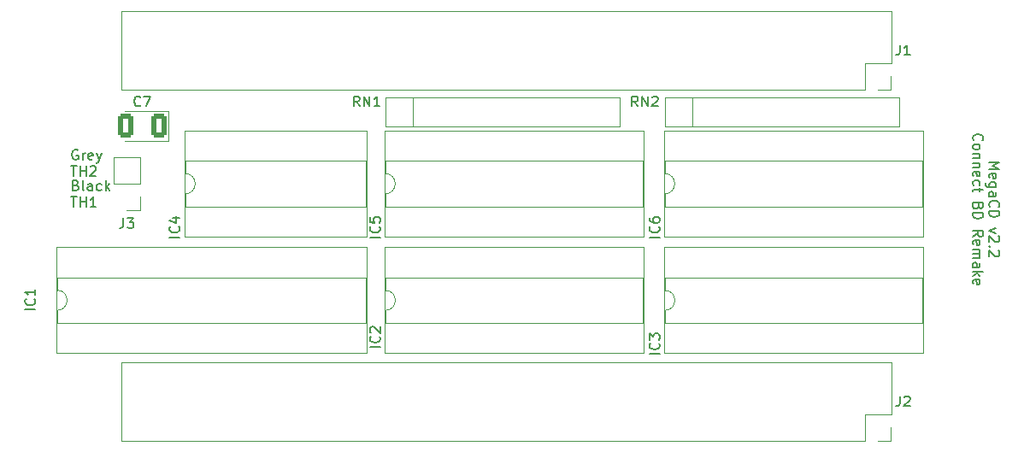
<source format=gto>
G04 #@! TF.GenerationSoftware,KiCad,Pcbnew,8.0.6*
G04 #@! TF.CreationDate,2025-02-16T15:02:21+05:00*
G04 #@! TF.ProjectId,MegaCD-Connect BD Remake,4d656761-4344-42d4-936f-6e6e65637420,rev?*
G04 #@! TF.SameCoordinates,Original*
G04 #@! TF.FileFunction,Legend,Top*
G04 #@! TF.FilePolarity,Positive*
%FSLAX46Y46*%
G04 Gerber Fmt 4.6, Leading zero omitted, Abs format (unit mm)*
G04 Created by KiCad (PCBNEW 8.0.6) date 2025-02-16 15:02:21*
%MOMM*%
%LPD*%
G01*
G04 APERTURE LIST*
G04 Aperture macros list*
%AMRoundRect*
0 Rectangle with rounded corners*
0 $1 Rounding radius*
0 $2 $3 $4 $5 $6 $7 $8 $9 X,Y pos of 4 corners*
0 Add a 4 corners polygon primitive as box body*
4,1,4,$2,$3,$4,$5,$6,$7,$8,$9,$2,$3,0*
0 Add four circle primitives for the rounded corners*
1,1,$1+$1,$2,$3*
1,1,$1+$1,$4,$5*
1,1,$1+$1,$6,$7*
1,1,$1+$1,$8,$9*
0 Add four rect primitives between the rounded corners*
20,1,$1+$1,$2,$3,$4,$5,0*
20,1,$1+$1,$4,$5,$6,$7,0*
20,1,$1+$1,$6,$7,$8,$9,0*
20,1,$1+$1,$8,$9,$2,$3,0*%
G04 Aperture macros list end*
%ADD10C,0.150000*%
%ADD11C,0.120000*%
%ADD12R,1.600000X2.400000*%
%ADD13O,1.600000X2.400000*%
%ADD14R,1.700000X1.700000*%
%ADD15O,1.700000X1.700000*%
%ADD16R,1.600000X1.600000*%
%ADD17O,1.600000X1.600000*%
%ADD18RoundRect,0.250001X0.499999X0.924999X-0.499999X0.924999X-0.499999X-0.924999X0.499999X-0.924999X0*%
G04 APERTURE END LIST*
D10*
X113509588Y-87477494D02*
X113414350Y-87429875D01*
X113414350Y-87429875D02*
X113271493Y-87429875D01*
X113271493Y-87429875D02*
X113128636Y-87477494D01*
X113128636Y-87477494D02*
X113033398Y-87572732D01*
X113033398Y-87572732D02*
X112985779Y-87667970D01*
X112985779Y-87667970D02*
X112938160Y-87858446D01*
X112938160Y-87858446D02*
X112938160Y-88001303D01*
X112938160Y-88001303D02*
X112985779Y-88191779D01*
X112985779Y-88191779D02*
X113033398Y-88287017D01*
X113033398Y-88287017D02*
X113128636Y-88382256D01*
X113128636Y-88382256D02*
X113271493Y-88429875D01*
X113271493Y-88429875D02*
X113366731Y-88429875D01*
X113366731Y-88429875D02*
X113509588Y-88382256D01*
X113509588Y-88382256D02*
X113557207Y-88334636D01*
X113557207Y-88334636D02*
X113557207Y-88001303D01*
X113557207Y-88001303D02*
X113366731Y-88001303D01*
X113985779Y-88429875D02*
X113985779Y-87763208D01*
X113985779Y-87953684D02*
X114033398Y-87858446D01*
X114033398Y-87858446D02*
X114081017Y-87810827D01*
X114081017Y-87810827D02*
X114176255Y-87763208D01*
X114176255Y-87763208D02*
X114271493Y-87763208D01*
X114985779Y-88382256D02*
X114890541Y-88429875D01*
X114890541Y-88429875D02*
X114700065Y-88429875D01*
X114700065Y-88429875D02*
X114604827Y-88382256D01*
X114604827Y-88382256D02*
X114557208Y-88287017D01*
X114557208Y-88287017D02*
X114557208Y-87906065D01*
X114557208Y-87906065D02*
X114604827Y-87810827D01*
X114604827Y-87810827D02*
X114700065Y-87763208D01*
X114700065Y-87763208D02*
X114890541Y-87763208D01*
X114890541Y-87763208D02*
X114985779Y-87810827D01*
X114985779Y-87810827D02*
X115033398Y-87906065D01*
X115033398Y-87906065D02*
X115033398Y-88001303D01*
X115033398Y-88001303D02*
X114557208Y-88096541D01*
X115366732Y-87763208D02*
X115604827Y-88429875D01*
X115842922Y-87763208D02*
X115604827Y-88429875D01*
X115604827Y-88429875D02*
X115509589Y-88667970D01*
X115509589Y-88667970D02*
X115461970Y-88715589D01*
X115461970Y-88715589D02*
X115366732Y-88763208D01*
X112842922Y-89039819D02*
X113414350Y-89039819D01*
X113128636Y-90039819D02*
X113128636Y-89039819D01*
X113747684Y-90039819D02*
X113747684Y-89039819D01*
X113747684Y-89516009D02*
X114319112Y-89516009D01*
X114319112Y-90039819D02*
X114319112Y-89039819D01*
X114747684Y-89135057D02*
X114795303Y-89087438D01*
X114795303Y-89087438D02*
X114890541Y-89039819D01*
X114890541Y-89039819D02*
X115128636Y-89039819D01*
X115128636Y-89039819D02*
X115223874Y-89087438D01*
X115223874Y-89087438D02*
X115271493Y-89135057D01*
X115271493Y-89135057D02*
X115319112Y-89230295D01*
X115319112Y-89230295D02*
X115319112Y-89325533D01*
X115319112Y-89325533D02*
X115271493Y-89468390D01*
X115271493Y-89468390D02*
X114700065Y-90039819D01*
X114700065Y-90039819D02*
X115319112Y-90039819D01*
X203797124Y-88725952D02*
X204797124Y-88725952D01*
X204797124Y-88725952D02*
X204082839Y-89059285D01*
X204082839Y-89059285D02*
X204797124Y-89392618D01*
X204797124Y-89392618D02*
X203797124Y-89392618D01*
X203844744Y-90249761D02*
X203797124Y-90154523D01*
X203797124Y-90154523D02*
X203797124Y-89964047D01*
X203797124Y-89964047D02*
X203844744Y-89868809D01*
X203844744Y-89868809D02*
X203939982Y-89821190D01*
X203939982Y-89821190D02*
X204320934Y-89821190D01*
X204320934Y-89821190D02*
X204416172Y-89868809D01*
X204416172Y-89868809D02*
X204463791Y-89964047D01*
X204463791Y-89964047D02*
X204463791Y-90154523D01*
X204463791Y-90154523D02*
X204416172Y-90249761D01*
X204416172Y-90249761D02*
X204320934Y-90297380D01*
X204320934Y-90297380D02*
X204225696Y-90297380D01*
X204225696Y-90297380D02*
X204130458Y-89821190D01*
X204463791Y-91154523D02*
X203654267Y-91154523D01*
X203654267Y-91154523D02*
X203559029Y-91106904D01*
X203559029Y-91106904D02*
X203511410Y-91059285D01*
X203511410Y-91059285D02*
X203463791Y-90964047D01*
X203463791Y-90964047D02*
X203463791Y-90821190D01*
X203463791Y-90821190D02*
X203511410Y-90725952D01*
X203844744Y-91154523D02*
X203797124Y-91059285D01*
X203797124Y-91059285D02*
X203797124Y-90868809D01*
X203797124Y-90868809D02*
X203844744Y-90773571D01*
X203844744Y-90773571D02*
X203892363Y-90725952D01*
X203892363Y-90725952D02*
X203987601Y-90678333D01*
X203987601Y-90678333D02*
X204273315Y-90678333D01*
X204273315Y-90678333D02*
X204368553Y-90725952D01*
X204368553Y-90725952D02*
X204416172Y-90773571D01*
X204416172Y-90773571D02*
X204463791Y-90868809D01*
X204463791Y-90868809D02*
X204463791Y-91059285D01*
X204463791Y-91059285D02*
X204416172Y-91154523D01*
X203797124Y-92059285D02*
X204320934Y-92059285D01*
X204320934Y-92059285D02*
X204416172Y-92011666D01*
X204416172Y-92011666D02*
X204463791Y-91916428D01*
X204463791Y-91916428D02*
X204463791Y-91725952D01*
X204463791Y-91725952D02*
X204416172Y-91630714D01*
X203844744Y-92059285D02*
X203797124Y-91964047D01*
X203797124Y-91964047D02*
X203797124Y-91725952D01*
X203797124Y-91725952D02*
X203844744Y-91630714D01*
X203844744Y-91630714D02*
X203939982Y-91583095D01*
X203939982Y-91583095D02*
X204035220Y-91583095D01*
X204035220Y-91583095D02*
X204130458Y-91630714D01*
X204130458Y-91630714D02*
X204178077Y-91725952D01*
X204178077Y-91725952D02*
X204178077Y-91964047D01*
X204178077Y-91964047D02*
X204225696Y-92059285D01*
X203892363Y-93106904D02*
X203844744Y-93059285D01*
X203844744Y-93059285D02*
X203797124Y-92916428D01*
X203797124Y-92916428D02*
X203797124Y-92821190D01*
X203797124Y-92821190D02*
X203844744Y-92678333D01*
X203844744Y-92678333D02*
X203939982Y-92583095D01*
X203939982Y-92583095D02*
X204035220Y-92535476D01*
X204035220Y-92535476D02*
X204225696Y-92487857D01*
X204225696Y-92487857D02*
X204368553Y-92487857D01*
X204368553Y-92487857D02*
X204559029Y-92535476D01*
X204559029Y-92535476D02*
X204654267Y-92583095D01*
X204654267Y-92583095D02*
X204749505Y-92678333D01*
X204749505Y-92678333D02*
X204797124Y-92821190D01*
X204797124Y-92821190D02*
X204797124Y-92916428D01*
X204797124Y-92916428D02*
X204749505Y-93059285D01*
X204749505Y-93059285D02*
X204701886Y-93106904D01*
X203797124Y-93535476D02*
X204797124Y-93535476D01*
X204797124Y-93535476D02*
X204797124Y-93773571D01*
X204797124Y-93773571D02*
X204749505Y-93916428D01*
X204749505Y-93916428D02*
X204654267Y-94011666D01*
X204654267Y-94011666D02*
X204559029Y-94059285D01*
X204559029Y-94059285D02*
X204368553Y-94106904D01*
X204368553Y-94106904D02*
X204225696Y-94106904D01*
X204225696Y-94106904D02*
X204035220Y-94059285D01*
X204035220Y-94059285D02*
X203939982Y-94011666D01*
X203939982Y-94011666D02*
X203844744Y-93916428D01*
X203844744Y-93916428D02*
X203797124Y-93773571D01*
X203797124Y-93773571D02*
X203797124Y-93535476D01*
X204463791Y-95202143D02*
X203797124Y-95440238D01*
X203797124Y-95440238D02*
X204463791Y-95678333D01*
X204701886Y-96011667D02*
X204749505Y-96059286D01*
X204749505Y-96059286D02*
X204797124Y-96154524D01*
X204797124Y-96154524D02*
X204797124Y-96392619D01*
X204797124Y-96392619D02*
X204749505Y-96487857D01*
X204749505Y-96487857D02*
X204701886Y-96535476D01*
X204701886Y-96535476D02*
X204606648Y-96583095D01*
X204606648Y-96583095D02*
X204511410Y-96583095D01*
X204511410Y-96583095D02*
X204368553Y-96535476D01*
X204368553Y-96535476D02*
X203797124Y-95964048D01*
X203797124Y-95964048D02*
X203797124Y-96583095D01*
X203892363Y-97011667D02*
X203844744Y-97059286D01*
X203844744Y-97059286D02*
X203797124Y-97011667D01*
X203797124Y-97011667D02*
X203844744Y-96964048D01*
X203844744Y-96964048D02*
X203892363Y-97011667D01*
X203892363Y-97011667D02*
X203797124Y-97011667D01*
X204701886Y-97440238D02*
X204749505Y-97487857D01*
X204749505Y-97487857D02*
X204797124Y-97583095D01*
X204797124Y-97583095D02*
X204797124Y-97821190D01*
X204797124Y-97821190D02*
X204749505Y-97916428D01*
X204749505Y-97916428D02*
X204701886Y-97964047D01*
X204701886Y-97964047D02*
X204606648Y-98011666D01*
X204606648Y-98011666D02*
X204511410Y-98011666D01*
X204511410Y-98011666D02*
X204368553Y-97964047D01*
X204368553Y-97964047D02*
X203797124Y-97392619D01*
X203797124Y-97392619D02*
X203797124Y-98011666D01*
X202282419Y-86511665D02*
X202234800Y-86464046D01*
X202234800Y-86464046D02*
X202187180Y-86321189D01*
X202187180Y-86321189D02*
X202187180Y-86225951D01*
X202187180Y-86225951D02*
X202234800Y-86083094D01*
X202234800Y-86083094D02*
X202330038Y-85987856D01*
X202330038Y-85987856D02*
X202425276Y-85940237D01*
X202425276Y-85940237D02*
X202615752Y-85892618D01*
X202615752Y-85892618D02*
X202758609Y-85892618D01*
X202758609Y-85892618D02*
X202949085Y-85940237D01*
X202949085Y-85940237D02*
X203044323Y-85987856D01*
X203044323Y-85987856D02*
X203139561Y-86083094D01*
X203139561Y-86083094D02*
X203187180Y-86225951D01*
X203187180Y-86225951D02*
X203187180Y-86321189D01*
X203187180Y-86321189D02*
X203139561Y-86464046D01*
X203139561Y-86464046D02*
X203091942Y-86511665D01*
X202187180Y-87083094D02*
X202234800Y-86987856D01*
X202234800Y-86987856D02*
X202282419Y-86940237D01*
X202282419Y-86940237D02*
X202377657Y-86892618D01*
X202377657Y-86892618D02*
X202663371Y-86892618D01*
X202663371Y-86892618D02*
X202758609Y-86940237D01*
X202758609Y-86940237D02*
X202806228Y-86987856D01*
X202806228Y-86987856D02*
X202853847Y-87083094D01*
X202853847Y-87083094D02*
X202853847Y-87225951D01*
X202853847Y-87225951D02*
X202806228Y-87321189D01*
X202806228Y-87321189D02*
X202758609Y-87368808D01*
X202758609Y-87368808D02*
X202663371Y-87416427D01*
X202663371Y-87416427D02*
X202377657Y-87416427D01*
X202377657Y-87416427D02*
X202282419Y-87368808D01*
X202282419Y-87368808D02*
X202234800Y-87321189D01*
X202234800Y-87321189D02*
X202187180Y-87225951D01*
X202187180Y-87225951D02*
X202187180Y-87083094D01*
X202853847Y-87844999D02*
X202187180Y-87844999D01*
X202758609Y-87844999D02*
X202806228Y-87892618D01*
X202806228Y-87892618D02*
X202853847Y-87987856D01*
X202853847Y-87987856D02*
X202853847Y-88130713D01*
X202853847Y-88130713D02*
X202806228Y-88225951D01*
X202806228Y-88225951D02*
X202710990Y-88273570D01*
X202710990Y-88273570D02*
X202187180Y-88273570D01*
X202853847Y-88749761D02*
X202187180Y-88749761D01*
X202758609Y-88749761D02*
X202806228Y-88797380D01*
X202806228Y-88797380D02*
X202853847Y-88892618D01*
X202853847Y-88892618D02*
X202853847Y-89035475D01*
X202853847Y-89035475D02*
X202806228Y-89130713D01*
X202806228Y-89130713D02*
X202710990Y-89178332D01*
X202710990Y-89178332D02*
X202187180Y-89178332D01*
X202234800Y-90035475D02*
X202187180Y-89940237D01*
X202187180Y-89940237D02*
X202187180Y-89749761D01*
X202187180Y-89749761D02*
X202234800Y-89654523D01*
X202234800Y-89654523D02*
X202330038Y-89606904D01*
X202330038Y-89606904D02*
X202710990Y-89606904D01*
X202710990Y-89606904D02*
X202806228Y-89654523D01*
X202806228Y-89654523D02*
X202853847Y-89749761D01*
X202853847Y-89749761D02*
X202853847Y-89940237D01*
X202853847Y-89940237D02*
X202806228Y-90035475D01*
X202806228Y-90035475D02*
X202710990Y-90083094D01*
X202710990Y-90083094D02*
X202615752Y-90083094D01*
X202615752Y-90083094D02*
X202520514Y-89606904D01*
X202234800Y-90940237D02*
X202187180Y-90844999D01*
X202187180Y-90844999D02*
X202187180Y-90654523D01*
X202187180Y-90654523D02*
X202234800Y-90559285D01*
X202234800Y-90559285D02*
X202282419Y-90511666D01*
X202282419Y-90511666D02*
X202377657Y-90464047D01*
X202377657Y-90464047D02*
X202663371Y-90464047D01*
X202663371Y-90464047D02*
X202758609Y-90511666D01*
X202758609Y-90511666D02*
X202806228Y-90559285D01*
X202806228Y-90559285D02*
X202853847Y-90654523D01*
X202853847Y-90654523D02*
X202853847Y-90844999D01*
X202853847Y-90844999D02*
X202806228Y-90940237D01*
X202853847Y-91225952D02*
X202853847Y-91606904D01*
X203187180Y-91368809D02*
X202330038Y-91368809D01*
X202330038Y-91368809D02*
X202234800Y-91416428D01*
X202234800Y-91416428D02*
X202187180Y-91511666D01*
X202187180Y-91511666D02*
X202187180Y-91606904D01*
X202710990Y-93035476D02*
X202663371Y-93178333D01*
X202663371Y-93178333D02*
X202615752Y-93225952D01*
X202615752Y-93225952D02*
X202520514Y-93273571D01*
X202520514Y-93273571D02*
X202377657Y-93273571D01*
X202377657Y-93273571D02*
X202282419Y-93225952D01*
X202282419Y-93225952D02*
X202234800Y-93178333D01*
X202234800Y-93178333D02*
X202187180Y-93083095D01*
X202187180Y-93083095D02*
X202187180Y-92702143D01*
X202187180Y-92702143D02*
X203187180Y-92702143D01*
X203187180Y-92702143D02*
X203187180Y-93035476D01*
X203187180Y-93035476D02*
X203139561Y-93130714D01*
X203139561Y-93130714D02*
X203091942Y-93178333D01*
X203091942Y-93178333D02*
X202996704Y-93225952D01*
X202996704Y-93225952D02*
X202901466Y-93225952D01*
X202901466Y-93225952D02*
X202806228Y-93178333D01*
X202806228Y-93178333D02*
X202758609Y-93130714D01*
X202758609Y-93130714D02*
X202710990Y-93035476D01*
X202710990Y-93035476D02*
X202710990Y-92702143D01*
X202187180Y-93702143D02*
X203187180Y-93702143D01*
X203187180Y-93702143D02*
X203187180Y-93940238D01*
X203187180Y-93940238D02*
X203139561Y-94083095D01*
X203139561Y-94083095D02*
X203044323Y-94178333D01*
X203044323Y-94178333D02*
X202949085Y-94225952D01*
X202949085Y-94225952D02*
X202758609Y-94273571D01*
X202758609Y-94273571D02*
X202615752Y-94273571D01*
X202615752Y-94273571D02*
X202425276Y-94225952D01*
X202425276Y-94225952D02*
X202330038Y-94178333D01*
X202330038Y-94178333D02*
X202234800Y-94083095D01*
X202234800Y-94083095D02*
X202187180Y-93940238D01*
X202187180Y-93940238D02*
X202187180Y-93702143D01*
X202187180Y-96035476D02*
X202663371Y-95702143D01*
X202187180Y-95464048D02*
X203187180Y-95464048D01*
X203187180Y-95464048D02*
X203187180Y-95845000D01*
X203187180Y-95845000D02*
X203139561Y-95940238D01*
X203139561Y-95940238D02*
X203091942Y-95987857D01*
X203091942Y-95987857D02*
X202996704Y-96035476D01*
X202996704Y-96035476D02*
X202853847Y-96035476D01*
X202853847Y-96035476D02*
X202758609Y-95987857D01*
X202758609Y-95987857D02*
X202710990Y-95940238D01*
X202710990Y-95940238D02*
X202663371Y-95845000D01*
X202663371Y-95845000D02*
X202663371Y-95464048D01*
X202234800Y-96845000D02*
X202187180Y-96749762D01*
X202187180Y-96749762D02*
X202187180Y-96559286D01*
X202187180Y-96559286D02*
X202234800Y-96464048D01*
X202234800Y-96464048D02*
X202330038Y-96416429D01*
X202330038Y-96416429D02*
X202710990Y-96416429D01*
X202710990Y-96416429D02*
X202806228Y-96464048D01*
X202806228Y-96464048D02*
X202853847Y-96559286D01*
X202853847Y-96559286D02*
X202853847Y-96749762D01*
X202853847Y-96749762D02*
X202806228Y-96845000D01*
X202806228Y-96845000D02*
X202710990Y-96892619D01*
X202710990Y-96892619D02*
X202615752Y-96892619D01*
X202615752Y-96892619D02*
X202520514Y-96416429D01*
X202187180Y-97321191D02*
X202853847Y-97321191D01*
X202758609Y-97321191D02*
X202806228Y-97368810D01*
X202806228Y-97368810D02*
X202853847Y-97464048D01*
X202853847Y-97464048D02*
X202853847Y-97606905D01*
X202853847Y-97606905D02*
X202806228Y-97702143D01*
X202806228Y-97702143D02*
X202710990Y-97749762D01*
X202710990Y-97749762D02*
X202187180Y-97749762D01*
X202710990Y-97749762D02*
X202806228Y-97797381D01*
X202806228Y-97797381D02*
X202853847Y-97892619D01*
X202853847Y-97892619D02*
X202853847Y-98035476D01*
X202853847Y-98035476D02*
X202806228Y-98130715D01*
X202806228Y-98130715D02*
X202710990Y-98178334D01*
X202710990Y-98178334D02*
X202187180Y-98178334D01*
X202187180Y-99083095D02*
X202710990Y-99083095D01*
X202710990Y-99083095D02*
X202806228Y-99035476D01*
X202806228Y-99035476D02*
X202853847Y-98940238D01*
X202853847Y-98940238D02*
X202853847Y-98749762D01*
X202853847Y-98749762D02*
X202806228Y-98654524D01*
X202234800Y-99083095D02*
X202187180Y-98987857D01*
X202187180Y-98987857D02*
X202187180Y-98749762D01*
X202187180Y-98749762D02*
X202234800Y-98654524D01*
X202234800Y-98654524D02*
X202330038Y-98606905D01*
X202330038Y-98606905D02*
X202425276Y-98606905D01*
X202425276Y-98606905D02*
X202520514Y-98654524D01*
X202520514Y-98654524D02*
X202568133Y-98749762D01*
X202568133Y-98749762D02*
X202568133Y-98987857D01*
X202568133Y-98987857D02*
X202615752Y-99083095D01*
X202187180Y-99559286D02*
X203187180Y-99559286D01*
X202568133Y-99654524D02*
X202187180Y-99940238D01*
X202853847Y-99940238D02*
X202472895Y-99559286D01*
X202234800Y-100749762D02*
X202187180Y-100654524D01*
X202187180Y-100654524D02*
X202187180Y-100464048D01*
X202187180Y-100464048D02*
X202234800Y-100368810D01*
X202234800Y-100368810D02*
X202330038Y-100321191D01*
X202330038Y-100321191D02*
X202710990Y-100321191D01*
X202710990Y-100321191D02*
X202806228Y-100368810D01*
X202806228Y-100368810D02*
X202853847Y-100464048D01*
X202853847Y-100464048D02*
X202853847Y-100654524D01*
X202853847Y-100654524D02*
X202806228Y-100749762D01*
X202806228Y-100749762D02*
X202710990Y-100797381D01*
X202710990Y-100797381D02*
X202615752Y-100797381D01*
X202615752Y-100797381D02*
X202520514Y-100321191D01*
X113319112Y-90954065D02*
X113461969Y-91001684D01*
X113461969Y-91001684D02*
X113509588Y-91049303D01*
X113509588Y-91049303D02*
X113557207Y-91144541D01*
X113557207Y-91144541D02*
X113557207Y-91287398D01*
X113557207Y-91287398D02*
X113509588Y-91382636D01*
X113509588Y-91382636D02*
X113461969Y-91430256D01*
X113461969Y-91430256D02*
X113366731Y-91477875D01*
X113366731Y-91477875D02*
X112985779Y-91477875D01*
X112985779Y-91477875D02*
X112985779Y-90477875D01*
X112985779Y-90477875D02*
X113319112Y-90477875D01*
X113319112Y-90477875D02*
X113414350Y-90525494D01*
X113414350Y-90525494D02*
X113461969Y-90573113D01*
X113461969Y-90573113D02*
X113509588Y-90668351D01*
X113509588Y-90668351D02*
X113509588Y-90763589D01*
X113509588Y-90763589D02*
X113461969Y-90858827D01*
X113461969Y-90858827D02*
X113414350Y-90906446D01*
X113414350Y-90906446D02*
X113319112Y-90954065D01*
X113319112Y-90954065D02*
X112985779Y-90954065D01*
X114128636Y-91477875D02*
X114033398Y-91430256D01*
X114033398Y-91430256D02*
X113985779Y-91335017D01*
X113985779Y-91335017D02*
X113985779Y-90477875D01*
X114938160Y-91477875D02*
X114938160Y-90954065D01*
X114938160Y-90954065D02*
X114890541Y-90858827D01*
X114890541Y-90858827D02*
X114795303Y-90811208D01*
X114795303Y-90811208D02*
X114604827Y-90811208D01*
X114604827Y-90811208D02*
X114509589Y-90858827D01*
X114938160Y-91430256D02*
X114842922Y-91477875D01*
X114842922Y-91477875D02*
X114604827Y-91477875D01*
X114604827Y-91477875D02*
X114509589Y-91430256D01*
X114509589Y-91430256D02*
X114461970Y-91335017D01*
X114461970Y-91335017D02*
X114461970Y-91239779D01*
X114461970Y-91239779D02*
X114509589Y-91144541D01*
X114509589Y-91144541D02*
X114604827Y-91096922D01*
X114604827Y-91096922D02*
X114842922Y-91096922D01*
X114842922Y-91096922D02*
X114938160Y-91049303D01*
X115842922Y-91430256D02*
X115747684Y-91477875D01*
X115747684Y-91477875D02*
X115557208Y-91477875D01*
X115557208Y-91477875D02*
X115461970Y-91430256D01*
X115461970Y-91430256D02*
X115414351Y-91382636D01*
X115414351Y-91382636D02*
X115366732Y-91287398D01*
X115366732Y-91287398D02*
X115366732Y-91001684D01*
X115366732Y-91001684D02*
X115414351Y-90906446D01*
X115414351Y-90906446D02*
X115461970Y-90858827D01*
X115461970Y-90858827D02*
X115557208Y-90811208D01*
X115557208Y-90811208D02*
X115747684Y-90811208D01*
X115747684Y-90811208D02*
X115842922Y-90858827D01*
X116271494Y-91477875D02*
X116271494Y-90477875D01*
X116366732Y-91096922D02*
X116652446Y-91477875D01*
X116652446Y-90811208D02*
X116271494Y-91192160D01*
X112842922Y-92087819D02*
X113414350Y-92087819D01*
X113128636Y-93087819D02*
X113128636Y-92087819D01*
X113747684Y-93087819D02*
X113747684Y-92087819D01*
X113747684Y-92564009D02*
X114319112Y-92564009D01*
X114319112Y-93087819D02*
X114319112Y-92087819D01*
X115319112Y-93087819D02*
X114747684Y-93087819D01*
X115033398Y-93087819D02*
X115033398Y-92087819D01*
X115033398Y-92087819D02*
X114938160Y-92230676D01*
X114938160Y-92230676D02*
X114842922Y-92325914D01*
X114842922Y-92325914D02*
X114747684Y-92373533D01*
X143456819Y-96099189D02*
X142456819Y-96099189D01*
X143361580Y-95051571D02*
X143409200Y-95099190D01*
X143409200Y-95099190D02*
X143456819Y-95242047D01*
X143456819Y-95242047D02*
X143456819Y-95337285D01*
X143456819Y-95337285D02*
X143409200Y-95480142D01*
X143409200Y-95480142D02*
X143313961Y-95575380D01*
X143313961Y-95575380D02*
X143218723Y-95622999D01*
X143218723Y-95622999D02*
X143028247Y-95670618D01*
X143028247Y-95670618D02*
X142885390Y-95670618D01*
X142885390Y-95670618D02*
X142694914Y-95622999D01*
X142694914Y-95622999D02*
X142599676Y-95575380D01*
X142599676Y-95575380D02*
X142504438Y-95480142D01*
X142504438Y-95480142D02*
X142456819Y-95337285D01*
X142456819Y-95337285D02*
X142456819Y-95242047D01*
X142456819Y-95242047D02*
X142504438Y-95099190D01*
X142504438Y-95099190D02*
X142552057Y-95051571D01*
X142456819Y-94146809D02*
X142456819Y-94622999D01*
X142456819Y-94622999D02*
X142933009Y-94670618D01*
X142933009Y-94670618D02*
X142885390Y-94622999D01*
X142885390Y-94622999D02*
X142837771Y-94527761D01*
X142837771Y-94527761D02*
X142837771Y-94289666D01*
X142837771Y-94289666D02*
X142885390Y-94194428D01*
X142885390Y-94194428D02*
X142933009Y-94146809D01*
X142933009Y-94146809D02*
X143028247Y-94099190D01*
X143028247Y-94099190D02*
X143266342Y-94099190D01*
X143266342Y-94099190D02*
X143361580Y-94146809D01*
X143361580Y-94146809D02*
X143409200Y-94194428D01*
X143409200Y-94194428D02*
X143456819Y-94289666D01*
X143456819Y-94289666D02*
X143456819Y-94527761D01*
X143456819Y-94527761D02*
X143409200Y-94622999D01*
X143409200Y-94622999D02*
X143361580Y-94670618D01*
X123600819Y-96099189D02*
X122600819Y-96099189D01*
X123505580Y-95051571D02*
X123553200Y-95099190D01*
X123553200Y-95099190D02*
X123600819Y-95242047D01*
X123600819Y-95242047D02*
X123600819Y-95337285D01*
X123600819Y-95337285D02*
X123553200Y-95480142D01*
X123553200Y-95480142D02*
X123457961Y-95575380D01*
X123457961Y-95575380D02*
X123362723Y-95622999D01*
X123362723Y-95622999D02*
X123172247Y-95670618D01*
X123172247Y-95670618D02*
X123029390Y-95670618D01*
X123029390Y-95670618D02*
X122838914Y-95622999D01*
X122838914Y-95622999D02*
X122743676Y-95575380D01*
X122743676Y-95575380D02*
X122648438Y-95480142D01*
X122648438Y-95480142D02*
X122600819Y-95337285D01*
X122600819Y-95337285D02*
X122600819Y-95242047D01*
X122600819Y-95242047D02*
X122648438Y-95099190D01*
X122648438Y-95099190D02*
X122696057Y-95051571D01*
X122934152Y-94194428D02*
X123600819Y-94194428D01*
X122553200Y-94432523D02*
X123267485Y-94670618D01*
X123267485Y-94670618D02*
X123267485Y-94051571D01*
X171142819Y-107656189D02*
X170142819Y-107656189D01*
X171047580Y-106608571D02*
X171095200Y-106656190D01*
X171095200Y-106656190D02*
X171142819Y-106799047D01*
X171142819Y-106799047D02*
X171142819Y-106894285D01*
X171142819Y-106894285D02*
X171095200Y-107037142D01*
X171095200Y-107037142D02*
X170999961Y-107132380D01*
X170999961Y-107132380D02*
X170904723Y-107179999D01*
X170904723Y-107179999D02*
X170714247Y-107227618D01*
X170714247Y-107227618D02*
X170571390Y-107227618D01*
X170571390Y-107227618D02*
X170380914Y-107179999D01*
X170380914Y-107179999D02*
X170285676Y-107132380D01*
X170285676Y-107132380D02*
X170190438Y-107037142D01*
X170190438Y-107037142D02*
X170142819Y-106894285D01*
X170142819Y-106894285D02*
X170142819Y-106799047D01*
X170142819Y-106799047D02*
X170190438Y-106656190D01*
X170190438Y-106656190D02*
X170238057Y-106608571D01*
X170142819Y-106275237D02*
X170142819Y-105656190D01*
X170142819Y-105656190D02*
X170523771Y-105989523D01*
X170523771Y-105989523D02*
X170523771Y-105846666D01*
X170523771Y-105846666D02*
X170571390Y-105751428D01*
X170571390Y-105751428D02*
X170619009Y-105703809D01*
X170619009Y-105703809D02*
X170714247Y-105656190D01*
X170714247Y-105656190D02*
X170952342Y-105656190D01*
X170952342Y-105656190D02*
X171047580Y-105703809D01*
X171047580Y-105703809D02*
X171095200Y-105751428D01*
X171095200Y-105751428D02*
X171142819Y-105846666D01*
X171142819Y-105846666D02*
X171142819Y-106132380D01*
X171142819Y-106132380D02*
X171095200Y-106227618D01*
X171095200Y-106227618D02*
X171047580Y-106275237D01*
X118030666Y-94196819D02*
X118030666Y-94911104D01*
X118030666Y-94911104D02*
X117983047Y-95053961D01*
X117983047Y-95053961D02*
X117887809Y-95149200D01*
X117887809Y-95149200D02*
X117744952Y-95196819D01*
X117744952Y-95196819D02*
X117649714Y-95196819D01*
X118411619Y-94196819D02*
X119030666Y-94196819D01*
X119030666Y-94196819D02*
X118697333Y-94577771D01*
X118697333Y-94577771D02*
X118840190Y-94577771D01*
X118840190Y-94577771D02*
X118935428Y-94625390D01*
X118935428Y-94625390D02*
X118983047Y-94673009D01*
X118983047Y-94673009D02*
X119030666Y-94768247D01*
X119030666Y-94768247D02*
X119030666Y-95006342D01*
X119030666Y-95006342D02*
X118983047Y-95101580D01*
X118983047Y-95101580D02*
X118935428Y-95149200D01*
X118935428Y-95149200D02*
X118840190Y-95196819D01*
X118840190Y-95196819D02*
X118554476Y-95196819D01*
X118554476Y-95196819D02*
X118459238Y-95149200D01*
X118459238Y-95149200D02*
X118411619Y-95101580D01*
X143456819Y-106976189D02*
X142456819Y-106976189D01*
X143361580Y-105928571D02*
X143409200Y-105976190D01*
X143409200Y-105976190D02*
X143456819Y-106119047D01*
X143456819Y-106119047D02*
X143456819Y-106214285D01*
X143456819Y-106214285D02*
X143409200Y-106357142D01*
X143409200Y-106357142D02*
X143313961Y-106452380D01*
X143313961Y-106452380D02*
X143218723Y-106499999D01*
X143218723Y-106499999D02*
X143028247Y-106547618D01*
X143028247Y-106547618D02*
X142885390Y-106547618D01*
X142885390Y-106547618D02*
X142694914Y-106499999D01*
X142694914Y-106499999D02*
X142599676Y-106452380D01*
X142599676Y-106452380D02*
X142504438Y-106357142D01*
X142504438Y-106357142D02*
X142456819Y-106214285D01*
X142456819Y-106214285D02*
X142456819Y-106119047D01*
X142456819Y-106119047D02*
X142504438Y-105976190D01*
X142504438Y-105976190D02*
X142552057Y-105928571D01*
X142552057Y-105547618D02*
X142504438Y-105499999D01*
X142504438Y-105499999D02*
X142456819Y-105404761D01*
X142456819Y-105404761D02*
X142456819Y-105166666D01*
X142456819Y-105166666D02*
X142504438Y-105071428D01*
X142504438Y-105071428D02*
X142552057Y-105023809D01*
X142552057Y-105023809D02*
X142647295Y-104976190D01*
X142647295Y-104976190D02*
X142742533Y-104976190D01*
X142742533Y-104976190D02*
X142885390Y-105023809D01*
X142885390Y-105023809D02*
X143456819Y-105595237D01*
X143456819Y-105595237D02*
X143456819Y-104976190D01*
X168981523Y-83131819D02*
X168648190Y-82655628D01*
X168410095Y-83131819D02*
X168410095Y-82131819D01*
X168410095Y-82131819D02*
X168791047Y-82131819D01*
X168791047Y-82131819D02*
X168886285Y-82179438D01*
X168886285Y-82179438D02*
X168933904Y-82227057D01*
X168933904Y-82227057D02*
X168981523Y-82322295D01*
X168981523Y-82322295D02*
X168981523Y-82465152D01*
X168981523Y-82465152D02*
X168933904Y-82560390D01*
X168933904Y-82560390D02*
X168886285Y-82608009D01*
X168886285Y-82608009D02*
X168791047Y-82655628D01*
X168791047Y-82655628D02*
X168410095Y-82655628D01*
X169410095Y-83131819D02*
X169410095Y-82131819D01*
X169410095Y-82131819D02*
X169981523Y-83131819D01*
X169981523Y-83131819D02*
X169981523Y-82131819D01*
X170410095Y-82227057D02*
X170457714Y-82179438D01*
X170457714Y-82179438D02*
X170552952Y-82131819D01*
X170552952Y-82131819D02*
X170791047Y-82131819D01*
X170791047Y-82131819D02*
X170886285Y-82179438D01*
X170886285Y-82179438D02*
X170933904Y-82227057D01*
X170933904Y-82227057D02*
X170981523Y-82322295D01*
X170981523Y-82322295D02*
X170981523Y-82417533D01*
X170981523Y-82417533D02*
X170933904Y-82560390D01*
X170933904Y-82560390D02*
X170362476Y-83131819D01*
X170362476Y-83131819D02*
X170981523Y-83131819D01*
X194941866Y-77051819D02*
X194941866Y-77766104D01*
X194941866Y-77766104D02*
X194894247Y-77908961D01*
X194894247Y-77908961D02*
X194799009Y-78004200D01*
X194799009Y-78004200D02*
X194656152Y-78051819D01*
X194656152Y-78051819D02*
X194560914Y-78051819D01*
X195941866Y-78051819D02*
X195370438Y-78051819D01*
X195656152Y-78051819D02*
X195656152Y-77051819D01*
X195656152Y-77051819D02*
X195560914Y-77194676D01*
X195560914Y-77194676D02*
X195465676Y-77289914D01*
X195465676Y-77289914D02*
X195370438Y-77337533D01*
X141422523Y-83131819D02*
X141089190Y-82655628D01*
X140851095Y-83131819D02*
X140851095Y-82131819D01*
X140851095Y-82131819D02*
X141232047Y-82131819D01*
X141232047Y-82131819D02*
X141327285Y-82179438D01*
X141327285Y-82179438D02*
X141374904Y-82227057D01*
X141374904Y-82227057D02*
X141422523Y-82322295D01*
X141422523Y-82322295D02*
X141422523Y-82465152D01*
X141422523Y-82465152D02*
X141374904Y-82560390D01*
X141374904Y-82560390D02*
X141327285Y-82608009D01*
X141327285Y-82608009D02*
X141232047Y-82655628D01*
X141232047Y-82655628D02*
X140851095Y-82655628D01*
X141851095Y-83131819D02*
X141851095Y-82131819D01*
X141851095Y-82131819D02*
X142422523Y-83131819D01*
X142422523Y-83131819D02*
X142422523Y-82131819D01*
X143422523Y-83131819D02*
X142851095Y-83131819D01*
X143136809Y-83131819D02*
X143136809Y-82131819D01*
X143136809Y-82131819D02*
X143041571Y-82274676D01*
X143041571Y-82274676D02*
X142946333Y-82369914D01*
X142946333Y-82369914D02*
X142851095Y-82417533D01*
X109298819Y-103276189D02*
X108298819Y-103276189D01*
X109203580Y-102228571D02*
X109251200Y-102276190D01*
X109251200Y-102276190D02*
X109298819Y-102419047D01*
X109298819Y-102419047D02*
X109298819Y-102514285D01*
X109298819Y-102514285D02*
X109251200Y-102657142D01*
X109251200Y-102657142D02*
X109155961Y-102752380D01*
X109155961Y-102752380D02*
X109060723Y-102799999D01*
X109060723Y-102799999D02*
X108870247Y-102847618D01*
X108870247Y-102847618D02*
X108727390Y-102847618D01*
X108727390Y-102847618D02*
X108536914Y-102799999D01*
X108536914Y-102799999D02*
X108441676Y-102752380D01*
X108441676Y-102752380D02*
X108346438Y-102657142D01*
X108346438Y-102657142D02*
X108298819Y-102514285D01*
X108298819Y-102514285D02*
X108298819Y-102419047D01*
X108298819Y-102419047D02*
X108346438Y-102276190D01*
X108346438Y-102276190D02*
X108394057Y-102228571D01*
X109298819Y-101276190D02*
X109298819Y-101847618D01*
X109298819Y-101561904D02*
X108298819Y-101561904D01*
X108298819Y-101561904D02*
X108441676Y-101657142D01*
X108441676Y-101657142D02*
X108536914Y-101752380D01*
X108536914Y-101752380D02*
X108584533Y-101847618D01*
X171142819Y-96099189D02*
X170142819Y-96099189D01*
X171047580Y-95051571D02*
X171095200Y-95099190D01*
X171095200Y-95099190D02*
X171142819Y-95242047D01*
X171142819Y-95242047D02*
X171142819Y-95337285D01*
X171142819Y-95337285D02*
X171095200Y-95480142D01*
X171095200Y-95480142D02*
X170999961Y-95575380D01*
X170999961Y-95575380D02*
X170904723Y-95622999D01*
X170904723Y-95622999D02*
X170714247Y-95670618D01*
X170714247Y-95670618D02*
X170571390Y-95670618D01*
X170571390Y-95670618D02*
X170380914Y-95622999D01*
X170380914Y-95622999D02*
X170285676Y-95575380D01*
X170285676Y-95575380D02*
X170190438Y-95480142D01*
X170190438Y-95480142D02*
X170142819Y-95337285D01*
X170142819Y-95337285D02*
X170142819Y-95242047D01*
X170142819Y-95242047D02*
X170190438Y-95099190D01*
X170190438Y-95099190D02*
X170238057Y-95051571D01*
X170142819Y-94194428D02*
X170142819Y-94384904D01*
X170142819Y-94384904D02*
X170190438Y-94480142D01*
X170190438Y-94480142D02*
X170238057Y-94527761D01*
X170238057Y-94527761D02*
X170380914Y-94622999D01*
X170380914Y-94622999D02*
X170571390Y-94670618D01*
X170571390Y-94670618D02*
X170952342Y-94670618D01*
X170952342Y-94670618D02*
X171047580Y-94622999D01*
X171047580Y-94622999D02*
X171095200Y-94575380D01*
X171095200Y-94575380D02*
X171142819Y-94480142D01*
X171142819Y-94480142D02*
X171142819Y-94289666D01*
X171142819Y-94289666D02*
X171095200Y-94194428D01*
X171095200Y-94194428D02*
X171047580Y-94146809D01*
X171047580Y-94146809D02*
X170952342Y-94099190D01*
X170952342Y-94099190D02*
X170714247Y-94099190D01*
X170714247Y-94099190D02*
X170619009Y-94146809D01*
X170619009Y-94146809D02*
X170571390Y-94194428D01*
X170571390Y-94194428D02*
X170523771Y-94289666D01*
X170523771Y-94289666D02*
X170523771Y-94480142D01*
X170523771Y-94480142D02*
X170571390Y-94575380D01*
X170571390Y-94575380D02*
X170619009Y-94622999D01*
X170619009Y-94622999D02*
X170714247Y-94670618D01*
X194941866Y-111849819D02*
X194941866Y-112564104D01*
X194941866Y-112564104D02*
X194894247Y-112706961D01*
X194894247Y-112706961D02*
X194799009Y-112802200D01*
X194799009Y-112802200D02*
X194656152Y-112849819D01*
X194656152Y-112849819D02*
X194560914Y-112849819D01*
X195370438Y-111945057D02*
X195418057Y-111897438D01*
X195418057Y-111897438D02*
X195513295Y-111849819D01*
X195513295Y-111849819D02*
X195751390Y-111849819D01*
X195751390Y-111849819D02*
X195846628Y-111897438D01*
X195846628Y-111897438D02*
X195894247Y-111945057D01*
X195894247Y-111945057D02*
X195941866Y-112040295D01*
X195941866Y-112040295D02*
X195941866Y-112135533D01*
X195941866Y-112135533D02*
X195894247Y-112278390D01*
X195894247Y-112278390D02*
X195322819Y-112849819D01*
X195322819Y-112849819D02*
X195941866Y-112849819D01*
X119721333Y-83036580D02*
X119673714Y-83084200D01*
X119673714Y-83084200D02*
X119530857Y-83131819D01*
X119530857Y-83131819D02*
X119435619Y-83131819D01*
X119435619Y-83131819D02*
X119292762Y-83084200D01*
X119292762Y-83084200D02*
X119197524Y-82988961D01*
X119197524Y-82988961D02*
X119149905Y-82893723D01*
X119149905Y-82893723D02*
X119102286Y-82703247D01*
X119102286Y-82703247D02*
X119102286Y-82560390D01*
X119102286Y-82560390D02*
X119149905Y-82369914D01*
X119149905Y-82369914D02*
X119197524Y-82274676D01*
X119197524Y-82274676D02*
X119292762Y-82179438D01*
X119292762Y-82179438D02*
X119435619Y-82131819D01*
X119435619Y-82131819D02*
X119530857Y-82131819D01*
X119530857Y-82131819D02*
X119673714Y-82179438D01*
X119673714Y-82179438D02*
X119721333Y-82227057D01*
X120054667Y-82131819D02*
X120721333Y-82131819D01*
X120721333Y-82131819D02*
X120292762Y-83131819D01*
D11*
X143898000Y-85555000D02*
X143898000Y-96055000D01*
X143898000Y-96055000D02*
X169538000Y-96055000D01*
X143958000Y-88555000D02*
X143958000Y-89805000D01*
X143958000Y-91805000D02*
X143958000Y-93055000D01*
X143958000Y-93055000D02*
X169478000Y-93055000D01*
X169478000Y-88555000D02*
X143958000Y-88555000D01*
X169478000Y-93055000D02*
X169478000Y-88555000D01*
X169538000Y-85555000D02*
X143898000Y-85555000D01*
X169538000Y-96055000D02*
X169538000Y-85555000D01*
X143958000Y-89805000D02*
G75*
G02*
X143958000Y-91805000I0J-1000000D01*
G01*
X124086000Y-85555000D02*
X124086000Y-96055000D01*
X124086000Y-96055000D02*
X142106000Y-96055000D01*
X124146000Y-88555000D02*
X124146000Y-89805000D01*
X124146000Y-91805000D02*
X124146000Y-93055000D01*
X124146000Y-93055000D02*
X142046000Y-93055000D01*
X142046000Y-88555000D02*
X124146000Y-88555000D01*
X142046000Y-93055000D02*
X142046000Y-88555000D01*
X142106000Y-85555000D02*
X124086000Y-85555000D01*
X142106000Y-96055000D02*
X142106000Y-85555000D01*
X124146000Y-89805000D02*
G75*
G02*
X124146000Y-91805000I0J-1000000D01*
G01*
X171584000Y-97112000D02*
X171584000Y-107612000D01*
X171584000Y-107612000D02*
X197224000Y-107612000D01*
X171644000Y-100112000D02*
X171644000Y-101362000D01*
X171644000Y-103362000D02*
X171644000Y-104612000D01*
X171644000Y-104612000D02*
X197164000Y-104612000D01*
X197164000Y-100112000D02*
X171644000Y-100112000D01*
X197164000Y-104612000D02*
X197164000Y-100112000D01*
X197224000Y-97112000D02*
X171584000Y-97112000D01*
X197224000Y-107612000D02*
X197224000Y-97112000D01*
X171644000Y-101362000D02*
G75*
G02*
X171644000Y-103362000I0J-1000000D01*
G01*
X117034000Y-90810000D02*
X117034000Y-88210000D01*
X119694000Y-88210000D02*
X117034000Y-88210000D01*
X119694000Y-90810000D02*
X117034000Y-90810000D01*
X119694000Y-90810000D02*
X119694000Y-88210000D01*
X119694000Y-92080000D02*
X119694000Y-93410000D01*
X119694000Y-93410000D02*
X118364000Y-93410000D01*
X143898000Y-97112000D02*
X143898000Y-107612000D01*
X143898000Y-107612000D02*
X169538000Y-107612000D01*
X143958000Y-100112000D02*
X143958000Y-101362000D01*
X143958000Y-103362000D02*
X143958000Y-104612000D01*
X143958000Y-104612000D02*
X169478000Y-104612000D01*
X169478000Y-100112000D02*
X143958000Y-100112000D01*
X169478000Y-104612000D02*
X169478000Y-100112000D01*
X169538000Y-97112000D02*
X143898000Y-97112000D01*
X169538000Y-107612000D02*
X169538000Y-97112000D01*
X143958000Y-101362000D02*
G75*
G02*
X143958000Y-103362000I0J-1000000D01*
G01*
X171661000Y-82293000D02*
X171661000Y-85093000D01*
X171661000Y-85093000D02*
X194861000Y-85093000D01*
X174371000Y-82293000D02*
X174371000Y-85093000D01*
X194861000Y-82293000D02*
X171661000Y-82293000D01*
X194861000Y-85093000D02*
X194861000Y-82293000D01*
X117796000Y-73727000D02*
X117796000Y-81467000D01*
X191516000Y-78867000D02*
X191516000Y-81467000D01*
X191516000Y-78867000D02*
X194116000Y-78867000D01*
X191516000Y-81467000D02*
X117796000Y-81467000D01*
X194065200Y-80127800D02*
X194065200Y-81457800D01*
X194065200Y-81457800D02*
X192735200Y-81457800D01*
X194116000Y-73736200D02*
X117796000Y-73727000D01*
X194116000Y-73736200D02*
X194116000Y-78867000D01*
X143975000Y-82293000D02*
X143975000Y-85093000D01*
X143975000Y-85093000D02*
X167175000Y-85093000D01*
X146685000Y-82293000D02*
X146685000Y-85093000D01*
X167175000Y-82293000D02*
X143975000Y-82293000D01*
X167175000Y-85093000D02*
X167175000Y-82293000D01*
X111386000Y-97102000D02*
X111386000Y-107602000D01*
X111386000Y-107602000D02*
X142106000Y-107602000D01*
X111446000Y-100102000D02*
X111446000Y-101352000D01*
X111446000Y-103352000D02*
X111446000Y-104602000D01*
X111446000Y-104602000D02*
X142046000Y-104602000D01*
X142046000Y-100102000D02*
X111446000Y-100102000D01*
X142046000Y-104602000D02*
X142046000Y-100102000D01*
X142106000Y-97102000D02*
X111386000Y-97102000D01*
X142106000Y-107602000D02*
X142106000Y-97102000D01*
X111446000Y-101352000D02*
G75*
G02*
X111446000Y-103352000I0J-1000000D01*
G01*
X171584000Y-85555000D02*
X171584000Y-96055000D01*
X171584000Y-96055000D02*
X197224000Y-96055000D01*
X171644000Y-88555000D02*
X171644000Y-89805000D01*
X171644000Y-91805000D02*
X171644000Y-93055000D01*
X171644000Y-93055000D02*
X197164000Y-93055000D01*
X197164000Y-88555000D02*
X171644000Y-88555000D01*
X197164000Y-93055000D02*
X197164000Y-88555000D01*
X197224000Y-85555000D02*
X171584000Y-85555000D01*
X197224000Y-96055000D02*
X197224000Y-85555000D01*
X171644000Y-89805000D02*
G75*
G02*
X171644000Y-91805000I0J-1000000D01*
G01*
X117796000Y-108525000D02*
X117796000Y-116265000D01*
X191516000Y-113665000D02*
X191516000Y-116265000D01*
X191516000Y-113665000D02*
X194116000Y-113665000D01*
X191516000Y-116265000D02*
X117796000Y-116265000D01*
X194065200Y-114925800D02*
X194065200Y-116255800D01*
X194065200Y-116255800D02*
X192735200Y-116255800D01*
X194116000Y-108534200D02*
X117796000Y-108525000D01*
X194116000Y-108534200D02*
X194116000Y-113665000D01*
X118138000Y-86600000D02*
X122523000Y-86600000D01*
X122523000Y-83580000D02*
X118138000Y-83580000D01*
X122523000Y-86600000D02*
X122523000Y-83580000D01*
%LPC*%
D12*
X145288000Y-94615000D03*
D13*
X147828000Y-94615000D03*
X150368000Y-94615000D03*
X152908000Y-94615000D03*
X155448000Y-94615000D03*
X157988000Y-94615000D03*
X160528000Y-94615000D03*
X163068000Y-94615000D03*
X165608000Y-94615000D03*
X168148000Y-94615000D03*
X168148000Y-86995000D03*
X165608000Y-86995000D03*
X163068000Y-86995000D03*
X160528000Y-86995000D03*
X157988000Y-86995000D03*
X155448000Y-86995000D03*
X152908000Y-86995000D03*
X150368000Y-86995000D03*
X147828000Y-86995000D03*
X145288000Y-86995000D03*
D12*
X125476000Y-94615000D03*
D13*
X128016000Y-94615000D03*
X130556000Y-94615000D03*
X133096000Y-94615000D03*
X135636000Y-94615000D03*
X138176000Y-94615000D03*
X140716000Y-94615000D03*
X140716000Y-86995000D03*
X138176000Y-86995000D03*
X135636000Y-86995000D03*
X133096000Y-86995000D03*
X130556000Y-86995000D03*
X128016000Y-86995000D03*
X125476000Y-86995000D03*
D12*
X172974000Y-106172000D03*
D13*
X175514000Y-106172000D03*
X178054000Y-106172000D03*
X180594000Y-106172000D03*
X183134000Y-106172000D03*
X185674000Y-106172000D03*
X188214000Y-106172000D03*
X190754000Y-106172000D03*
X193294000Y-106172000D03*
X195834000Y-106172000D03*
X195834000Y-98552000D03*
X193294000Y-98552000D03*
X190754000Y-98552000D03*
X188214000Y-98552000D03*
X185674000Y-98552000D03*
X183134000Y-98552000D03*
X180594000Y-98552000D03*
X178054000Y-98552000D03*
X175514000Y-98552000D03*
X172974000Y-98552000D03*
D14*
X118364000Y-92080000D03*
D15*
X118364000Y-89540000D03*
D12*
X145288000Y-106172000D03*
D13*
X147828000Y-106172000D03*
X150368000Y-106172000D03*
X152908000Y-106172000D03*
X155448000Y-106172000D03*
X157988000Y-106172000D03*
X160528000Y-106172000D03*
X163068000Y-106172000D03*
X165608000Y-106172000D03*
X168148000Y-106172000D03*
X168148000Y-98552000D03*
X165608000Y-98552000D03*
X163068000Y-98552000D03*
X160528000Y-98552000D03*
X157988000Y-98552000D03*
X155448000Y-98552000D03*
X152908000Y-98552000D03*
X150368000Y-98552000D03*
X147828000Y-98552000D03*
X145288000Y-98552000D03*
D16*
X173101000Y-83693000D03*
D17*
X175641000Y-83693000D03*
X178181000Y-83693000D03*
X180721000Y-83693000D03*
X183261000Y-83693000D03*
X185801000Y-83693000D03*
X188341000Y-83693000D03*
X190881000Y-83693000D03*
X193421000Y-83693000D03*
D14*
X192786000Y-80137000D03*
D15*
X190246000Y-80137000D03*
X187706000Y-80137000D03*
X185166000Y-80137000D03*
X182626000Y-80137000D03*
X180086000Y-80137000D03*
X177546000Y-80137000D03*
X175006000Y-80137000D03*
X172466000Y-80137000D03*
X169926000Y-80137000D03*
X167386000Y-80137000D03*
X164846000Y-80137000D03*
X162306000Y-80137000D03*
X159766000Y-80137000D03*
X157226000Y-80137000D03*
X154686000Y-80137000D03*
X152146000Y-80137000D03*
X149606000Y-80137000D03*
X147066000Y-80137000D03*
X144526000Y-80137000D03*
X141986000Y-80137000D03*
X139446000Y-80137000D03*
X136906000Y-80137000D03*
X134366000Y-80137000D03*
X131826000Y-80137000D03*
X129286000Y-80137000D03*
X126746000Y-80137000D03*
X124206000Y-80137000D03*
X121666000Y-80137000D03*
X119126000Y-80137000D03*
X192786000Y-75057000D03*
X190246000Y-75057000D03*
X187706000Y-75057000D03*
X185166000Y-75057000D03*
X182626000Y-75057000D03*
X180086000Y-75057000D03*
X177546000Y-75057000D03*
X175006000Y-75057000D03*
X172466000Y-75057000D03*
X169926000Y-75057000D03*
X167386000Y-75057000D03*
X164846000Y-75057000D03*
X162306000Y-75057000D03*
X159766000Y-75057000D03*
X157226000Y-75057000D03*
X154686000Y-75057000D03*
X152146000Y-75057000D03*
X149606000Y-75057000D03*
X147066000Y-75057000D03*
X144526000Y-75057000D03*
X141986000Y-75057000D03*
X139446000Y-75057000D03*
X136906000Y-75057000D03*
X134366000Y-75057000D03*
X131826000Y-75057000D03*
X129286000Y-75057000D03*
X126746000Y-75057000D03*
X124206000Y-75057000D03*
X121666000Y-75057000D03*
X119126000Y-75057000D03*
D16*
X145415000Y-83693000D03*
D17*
X147955000Y-83693000D03*
X150495000Y-83693000D03*
X153035000Y-83693000D03*
X155575000Y-83693000D03*
X158115000Y-83693000D03*
X160655000Y-83693000D03*
X163195000Y-83693000D03*
X165735000Y-83693000D03*
D12*
X112776000Y-106162000D03*
D13*
X115316000Y-106162000D03*
X117856000Y-106162000D03*
X120396000Y-106162000D03*
X122936000Y-106162000D03*
X125476000Y-106162000D03*
X128016000Y-106162000D03*
X130556000Y-106162000D03*
X133096000Y-106162000D03*
X135636000Y-106162000D03*
X138176000Y-106162000D03*
X140716000Y-106162000D03*
X140716000Y-98542000D03*
X138176000Y-98542000D03*
X135636000Y-98542000D03*
X133096000Y-98542000D03*
X130556000Y-98542000D03*
X128016000Y-98542000D03*
X125476000Y-98542000D03*
X122936000Y-98542000D03*
X120396000Y-98542000D03*
X117856000Y-98542000D03*
X115316000Y-98542000D03*
X112776000Y-98542000D03*
D12*
X172974000Y-94615000D03*
D13*
X175514000Y-94615000D03*
X178054000Y-94615000D03*
X180594000Y-94615000D03*
X183134000Y-94615000D03*
X185674000Y-94615000D03*
X188214000Y-94615000D03*
X190754000Y-94615000D03*
X193294000Y-94615000D03*
X195834000Y-94615000D03*
X195834000Y-86995000D03*
X193294000Y-86995000D03*
X190754000Y-86995000D03*
X188214000Y-86995000D03*
X185674000Y-86995000D03*
X183134000Y-86995000D03*
X180594000Y-86995000D03*
X178054000Y-86995000D03*
X175514000Y-86995000D03*
X172974000Y-86995000D03*
D14*
X192786000Y-114935000D03*
D15*
X190246000Y-114935000D03*
X187706000Y-114935000D03*
X185166000Y-114935000D03*
X182626000Y-114935000D03*
X180086000Y-114935000D03*
X177546000Y-114935000D03*
X175006000Y-114935000D03*
X172466000Y-114935000D03*
X169926000Y-114935000D03*
X167386000Y-114935000D03*
X164846000Y-114935000D03*
X162306000Y-114935000D03*
X159766000Y-114935000D03*
X157226000Y-114935000D03*
X154686000Y-114935000D03*
X152146000Y-114935000D03*
X149606000Y-114935000D03*
X147066000Y-114935000D03*
X144526000Y-114935000D03*
X141986000Y-114935000D03*
X139446000Y-114935000D03*
X136906000Y-114935000D03*
X134366000Y-114935000D03*
X131826000Y-114935000D03*
X129286000Y-114935000D03*
X126746000Y-114935000D03*
X124206000Y-114935000D03*
X121666000Y-114935000D03*
X119126000Y-114935000D03*
X192786000Y-109855000D03*
X190246000Y-109855000D03*
X187706000Y-109855000D03*
X185166000Y-109855000D03*
X182626000Y-109855000D03*
X180086000Y-109855000D03*
X177546000Y-109855000D03*
X175006000Y-109855000D03*
X172466000Y-109855000D03*
X169926000Y-109855000D03*
X167386000Y-109855000D03*
X164846000Y-109855000D03*
X162306000Y-109855000D03*
X159766000Y-109855000D03*
X157226000Y-109855000D03*
X154686000Y-109855000D03*
X152146000Y-109855000D03*
X149606000Y-109855000D03*
X147066000Y-109855000D03*
X144526000Y-109855000D03*
X141986000Y-109855000D03*
X139446000Y-109855000D03*
X136906000Y-109855000D03*
X134366000Y-109855000D03*
X131826000Y-109855000D03*
X129286000Y-109855000D03*
X126746000Y-109855000D03*
X124206000Y-109855000D03*
X121666000Y-109855000D03*
X119126000Y-109855000D03*
D18*
X121513000Y-85090000D03*
X118263000Y-85090000D03*
%LPD*%
M02*

</source>
